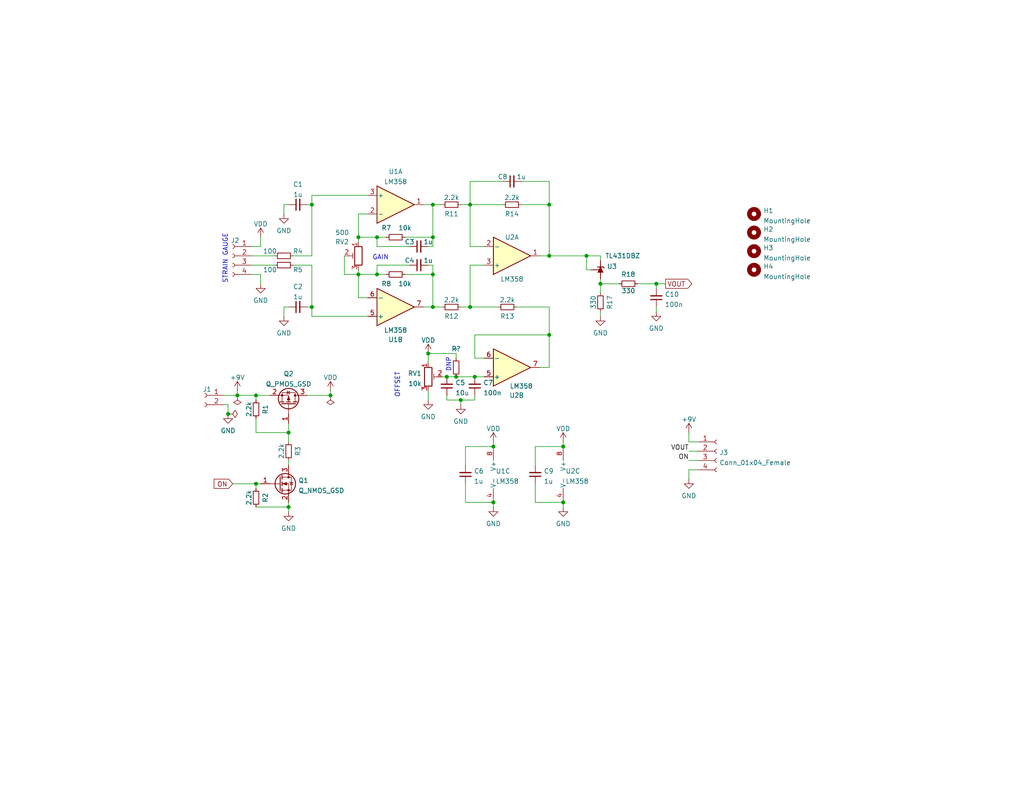
<source format=kicad_sch>
(kicad_sch (version 20211123) (generator eeschema)
  (paper "USLetter")
  (title_block (title "Depth Sensor") (date "2022-02-08") (rev "1") (company "EWB-SFP") (comment 1 "Hans Gaensbauer"))
  (lib_symbols
    (symbol "Amplifier_Operational:LM358" (pin_names (offset 0.127))
      (property "Reference" "U" (at 0 5.08 0))
      (property "Value" "LM358" (at 0 -5.08 0))
      (symbol "LM358_1_1"
        (polyline (pts (xy -5.08 5.08) (xy 5.08 0) (xy -5.08 -5.08) (xy -5.08 5.08)) (stroke (width 0.254)) (fill (type background)))
        (pin output line (at 7.62 0 180) (length 2.54) (name "~") (number "1"))
        (pin input line (at -7.62 -2.54 0) (length 2.54) (name "-") (number "2"))
        (pin input line (at -7.62 2.54 0) (length 2.54) (name "+") (number "3"))
      )
      (symbol "LM358_2_1"
        (polyline (pts (xy -5.08 5.08) (xy 5.08 0) (xy -5.08 -5.08) (xy -5.08 5.08)) (stroke (width 0.254)) (fill (type background)))
        (pin input line (at -7.62 2.54 0) (length 2.54) (name "+") (number "5"))
        (pin input line (at -7.62 -2.54 0) (length 2.54) (name "-") (number "6"))
        (pin output line (at 7.62 0 180) (length 2.54) (name "~") (number "7"))
      )
      (symbol "LM358_3_1"
        (pin power_in line (at -2.54 -7.62 90) (length 3.81) (name "V-") (number "4"))
        (pin power_in line (at -2.54 7.62 270) (length 3.81) (name "V+") (number "8"))
      )
    )
    (symbol "Connector:Conn_01x02_Female" (pin_names (offset 1.016) hide)
      (property "Reference" "J" (at 0 2.54 0))
      (property "Value" "Conn_01x02_Female" (at 0 -5.08 0))
      (symbol "Conn_01x02_Female_1_1"
        (arc (start 0 -2.032) (mid -0.508 -2.54) (end 0 -3.048) (stroke (width 0.1524)))
        (polyline (pts (xy -1.27 -2.54) (xy -0.508 -2.54)) (stroke (width 0.1524)))
        (polyline (pts (xy -1.27 0) (xy -0.508 0)) (stroke (width 0.1524)))
        (arc (start 0 0.508) (mid -0.508 0) (end 0 -0.508) (stroke (width 0.1524)))
        (pin passive line (at -5.08 0 0) (length 3.81) (name "Pin_1") (number "1"))
        (pin passive line (at -5.08 -2.54 0) (length 3.81) (name "Pin_2") (number "2"))
      )
    )
    (symbol "Connector:Conn_01x04_Female" (pin_names (offset 1.016) hide)
      (property "Reference" "J" (at 0 5.08 0))
      (property "Value" "Conn_01x04_Female" (at 0 -7.62 0))
      (symbol "Conn_01x04_Female_1_1"
        (arc (start 0 -4.572) (mid -0.508 -5.08) (end 0 -5.588) (stroke (width 0.1524)))
        (arc (start 0 -2.032) (mid -0.508 -2.54) (end 0 -3.048) (stroke (width 0.1524)))
        (polyline (pts (xy -1.27 -5.08) (xy -0.508 -5.08)) (stroke (width 0.1524)))
        (polyline (pts (xy -1.27 -2.54) (xy -0.508 -2.54)) (stroke (width 0.1524)))
        (polyline (pts (xy -1.27 0) (xy -0.508 0)) (stroke (width 0.1524)))
        (polyline (pts (xy -1.27 2.54) (xy -0.508 2.54)) (stroke (width 0.1524)))
        (arc (start 0 0.508) (mid -0.508 0) (end 0 -0.508) (stroke (width 0.1524)))
        (arc (start 0 3.048) (mid -0.508 2.54) (end 0 2.032) (stroke (width 0.1524)))
        (pin passive line (at -5.08 2.54 0) (length 3.81) (name "Pin_1") (number "1"))
        (pin passive line (at -5.08 0 0) (length 3.81) (name "Pin_2") (number "2"))
        (pin passive line (at -5.08 -2.54 0) (length 3.81) (name "Pin_3") (number "3"))
        (pin passive line (at -5.08 -5.08 0) (length 3.81) (name "Pin_4") (number "4"))
      )
    )
    (symbol "Device:C_Small" (pin_numbers hide) (pin_names (offset 0.254) hide)
      (property "Reference" "C" (at 0.254 1.778 0))
      (property "Value" "C_Small" (at 0.254 -2.032 0))
      (symbol "C_Small_0_1"
        (polyline (pts (xy -1.524 -0.508) (xy 1.524 -0.508)) (stroke (width 0.3302)))
        (polyline (pts (xy -1.524 0.508) (xy 1.524 0.508)) (stroke (width 0.3048)))
      )
      (symbol "C_Small_1_1"
        (pin passive line (at 0 2.54 270) (length 2.032) (name "~") (number "1"))
        (pin passive line (at 0 -2.54 90) (length 2.032) (name "~") (number "2"))
      )
    )
    (symbol "Device:Q_NMOS_GSD" (pin_names (offset 0) hide)
      (property "Reference" "Q" (at 5.08 1.27 0))
      (property "Value" "Q_NMOS_GSD" (at 5.08 -1.27 0))
      (symbol "Q_NMOS_GSD_0_1"
        (polyline (pts (xy 0.254 0) (xy -2.54 0)))
        (polyline (pts (xy 0.254 1.905) (xy 0.254 -1.905)) (stroke (width 0.254)))
        (polyline (pts (xy 0.762 -1.27) (xy 0.762 -2.286)) (stroke (width 0.254)))
        (polyline (pts (xy 0.762 0.508) (xy 0.762 -0.508)) (stroke (width 0.254)))
        (polyline (pts (xy 0.762 2.286) (xy 0.762 1.27)) (stroke (width 0.254)))
        (polyline (pts (xy 2.54 2.54) (xy 2.54 1.778)))
        (polyline (pts (xy 2.54 -2.54) (xy 2.54 0) (xy 0.762 0)))
        (polyline (pts (xy 0.762 -1.778) (xy 3.302 -1.778) (xy 3.302 1.778) (xy 0.762 1.778)))
        (polyline (pts (xy 1.016 0) (xy 2.032 0.381) (xy 2.032 -0.381) (xy 1.016 0)) (fill (type outline)))
        (polyline (pts (xy 2.794 0.508) (xy 2.921 0.381) (xy 3.683 0.381) (xy 3.81 0.254)))
        (polyline (pts (xy 3.302 0.381) (xy 2.921 -0.254) (xy 3.683 -0.254) (xy 3.302 0.381)))
        (circle (center 1.651 0) (radius 2.794) (stroke (width 0.254)))
        (circle (center 2.54 -1.778) (radius 0.254) (fill (type outline)))
        (circle (center 2.54 1.778) (radius 0.254) (fill (type outline)))
      )
      (symbol "Q_NMOS_GSD_1_1"
        (pin input line (at -5.08 0 0) (length 2.54) (name "G") (number "1"))
        (pin passive line (at 2.54 -5.08 90) (length 2.54) (name "S") (number "2"))
        (pin passive line (at 2.54 5.08 270) (length 2.54) (name "D") (number "3"))
      )
    )
    (symbol "Device:Q_PMOS_GSD" (pin_names (offset 0) hide)
      (property "Reference" "Q" (at 5.08 1.27 0))
      (property "Value" "Q_PMOS_GSD" (at 5.08 -1.27 0))
      (symbol "Q_PMOS_GSD_0_1"
        (polyline (pts (xy 0.254 0) (xy -2.54 0)))
        (polyline (pts (xy 0.254 1.905) (xy 0.254 -1.905)) (stroke (width 0.254)))
        (polyline (pts (xy 0.762 -1.27) (xy 0.762 -2.286)) (stroke (width 0.254)))
        (polyline (pts (xy 0.762 0.508) (xy 0.762 -0.508)) (stroke (width 0.254)))
        (polyline (pts (xy 0.762 2.286) (xy 0.762 1.27)) (stroke (width 0.254)))
        (polyline (pts (xy 2.54 2.54) (xy 2.54 1.778)))
        (polyline (pts (xy 2.54 -2.54) (xy 2.54 0) (xy 0.762 0)))
        (polyline (pts (xy 0.762 1.778) (xy 3.302 1.778) (xy 3.302 -1.778) (xy 0.762 -1.778)))
        (polyline (pts (xy 2.286 0) (xy 1.27 0.381) (xy 1.27 -0.381) (xy 2.286 0)) (fill (type outline)))
        (polyline (pts (xy 2.794 -0.508) (xy 2.921 -0.381) (xy 3.683 -0.381) (xy 3.81 -0.254)))
        (polyline (pts (xy 3.302 -0.381) (xy 2.921 0.254) (xy 3.683 0.254) (xy 3.302 -0.381)))
        (circle (center 1.651 0) (radius 2.794) (stroke (width 0.254)))
        (circle (center 2.54 -1.778) (radius 0.254) (fill (type outline)))
        (circle (center 2.54 1.778) (radius 0.254) (fill (type outline)))
      )
      (symbol "Q_PMOS_GSD_1_1"
        (pin input line (at -5.08 0 0) (length 2.54) (name "G") (number "1"))
        (pin passive line (at 2.54 -5.08 90) (length 2.54) (name "S") (number "2"))
        (pin passive line (at 2.54 5.08 270) (length 2.54) (name "D") (number "3"))
      )
    )
    (symbol "Device:R_Potentiometer_Trim" (pin_names (offset 1.016) hide)
      (property "Reference" "RV" (at -4.445 0 90))
      (property "Value" "R_Potentiometer_Trim" (at -2.54 0 90))
      (symbol "R_Potentiometer_Trim_0_1"
        (polyline (pts (xy 1.524 0.762) (xy 1.524 -0.762)))
        (polyline (pts (xy 2.54 0) (xy 1.524 0)))
        (rectangle (start 1.016 2.54) (end -1.016 -2.54) (stroke (width 0.254)))
      )
      (symbol "R_Potentiometer_Trim_1_1"
        (pin passive line (at 0 3.81 270) (length 1.27) (name "1") (number "1"))
        (pin passive line (at 3.81 0 180) (length 1.27) (name "2") (number "2"))
        (pin passive line (at 0 -3.81 90) (length 1.27) (name "3") (number "3"))
      )
    )
    (symbol "Device:R_Small" (pin_numbers hide) (pin_names (offset 0.254) hide)
      (property "Reference" "R" (at 0.762 0.508 0))
      (property "Value" "R_Small" (at 0.762 -1.016 0))
      (symbol "R_Small_0_1"
        (rectangle (start -0.762 1.778) (end 0.762 -1.778) (stroke (width 0.2032)))
      )
      (symbol "R_Small_1_1"
        (pin passive line (at 0 2.54 270) (length 0.762) (name "~") (number "1"))
        (pin passive line (at 0 -2.54 90) (length 0.762) (name "~") (number "2"))
      )
    )
    (symbol "Mechanical:MountingHole" (pin_names (offset 1.016))
      (property "Reference" "H" (at 0 5.08 0))
      (property "Value" "MountingHole" (at 0 3.175 0))
      (symbol "MountingHole_0_1"
        (circle (center 0 0) (radius 1.27) (stroke (width 1.27)))
      )
    )
    (symbol "Reference_Voltage:TL431DBZ" (pin_numbers hide) (pin_names hide)
      (property "Reference" "U" (at -2.54 2.54 0))
      (property "Value" "TL431DBZ" (at 0 -2.54 0))
      (symbol "TL431DBZ_0_1"
        (polyline (pts (xy -1.27 0) (xy 0 0) (xy 1.27 0)))
        (polyline (pts (xy -0.762 0.762) (xy 0.762 0) (xy -0.762 -0.762)) (fill (type outline)))
        (polyline (pts (xy 0.508 -1.016) (xy 0.762 -0.762) (xy 0.762 0.762) (xy 0.762 0.762)) (stroke (width 0.254)))
      )
      (symbol "TL431DBZ_1_1"
        (pin passive line (at 2.54 0 180) (length 2.54) (name "K") (number "1"))
        (pin passive line (at 0 2.54 270) (length 2.54) (name "REF") (number "2"))
        (pin passive line (at -2.54 0 0) (length 2.54) (name "A") (number "3"))
      )
    )
    (symbol "power:+9V" (power) (pin_names (offset 0))
      (property "Value" "+9V" (at 0 3.556 0))
      (symbol "+9V_0_1"
        (polyline (pts (xy -0.762 1.27) (xy 0 2.54)))
        (polyline (pts (xy 0 0) (xy 0 2.54)))
        (polyline (pts (xy 0 2.54) (xy 0.762 1.27)))
      )
      (symbol "+9V_1_1"
        (pin power_in line (at 0 0 90) (length 0) hide (name "+9V") (number "1"))
      )
    )
    (symbol "power:GND" (power) (pin_names (offset 0))
      (property "Value" "GND" (at 0 -3.81 0))
      (symbol "GND_0_1"
        (polyline (pts (xy 0 0) (xy 0 -1.27) (xy 1.27 -1.27) (xy 0 -2.54) (xy -1.27 -1.27) (xy 0 -1.27)))
      )
      (symbol "GND_1_1"
        (pin power_in line (at 0 0 270) (length 0) hide (name "GND") (number "1"))
      )
    )
    (symbol "power:PWR_FLAG" (power) (pin_numbers hide) (pin_names (offset 0) hide)
      (property "Value" "PWR_FLAG" (at 0 3.81 0))
      (symbol "PWR_FLAG_0_0"
        (pin power_out line (at 0 0 90) (length 0) (name "pwr") (number "1"))
      )
      (symbol "PWR_FLAG_0_1"
        (polyline (pts (xy 0 0) (xy 0 1.27) (xy -1.016 1.905) (xy 0 2.54) (xy 1.016 1.905) (xy 0 1.27)))
      )
    )
    (symbol "power:VDD" (power) (pin_names (offset 0))
      (property "Value" "VDD" (at 0 3.81 0))
      (symbol "VDD_0_1"
        (polyline (pts (xy -0.762 1.27) (xy 0 2.54)))
        (polyline (pts (xy 0 0) (xy 0 2.54)))
        (polyline (pts (xy 0 2.54) (xy 0.762 1.27)))
      )
      (symbol "VDD_1_1"
        (pin power_in line (at 0 0 90) (length 0) hide (name "VDD") (number "1"))
      )
    )
  )
  (junction (at 153.67 137.16))
  (junction (at 69.85 107.95))
  (junction (at 163.83 77.47))
  (junction (at 78.74 138.43))
  (junction (at 149.86 69.85))
  (junction (at 160.02 69.85))
  (junction (at 90.17 107.95))
  (junction (at 129.54 102.87))
  (junction (at 118.11 55.88))
  (junction (at 128.27 83.82))
  (junction (at 118.11 74.93))
  (junction (at 118.11 83.82))
  (junction (at 97.79 74.93))
  (junction (at 102.87 74.93))
  (junction (at 128.27 55.88))
  (junction (at 97.79 64.77))
  (junction (at 64.77 107.95))
  (junction (at 85.09 83.82))
  (junction (at 85.09 55.88))
  (junction (at 134.62 121.92))
  (junction (at 149.86 91.44))
  (junction (at 134.62 137.16))
  (junction (at 102.87 64.77))
  (junction (at 69.85 132.08))
  (junction (at 78.74 118.11))
  (junction (at 179.07 77.47))
  (junction (at 121.92 102.87))
  (junction (at 125.73 109.22))
  (junction (at 116.84 96.52))
  (junction (at 62.23 113.03))
  (junction (at 149.86 55.88))
  (junction (at 118.11 64.77))
  (junction (at 124.46 102.87))
  (junction (at 153.67 121.92))
  (wire (pts (xy 97.79 74.93) (xy 97.79 81.28)))
  (wire (pts (xy 153.67 120.65) (xy 153.67 121.92)))
  (wire (pts (xy 163.83 77.47) (xy 163.83 80.01)))
  (wire (pts (xy 128.27 83.82) (xy 125.73 83.82)))
  (wire (pts (xy 153.67 121.92) (xy 146.05 121.92)))
  (wire (pts (xy 187.96 128.27) (xy 190.5 128.27)))
  (wire (pts (xy 173.99 77.47) (xy 179.07 77.47)))
  (wire (pts (xy 85.09 55.88) (xy 85.09 69.85)))
  (wire (pts (xy 128.27 55.88) (xy 125.73 55.88)))
  (wire (pts (xy 134.62 121.92) (xy 127 121.92)))
  (wire (pts (xy 83.82 55.88) (xy 85.09 55.88)))
  (wire (pts (xy 64.77 107.95) (xy 69.85 107.95)))
  (wire (pts (xy 118.11 74.93) (xy 118.11 83.82)))
  (wire (pts (xy 62.23 110.49) (xy 60.96 110.49)))
  (wire (pts (xy 128.27 67.31) (xy 128.27 55.88)))
  (wire (pts (xy 121.92 107.95) (xy 121.92 109.22)))
  (wire (pts (xy 102.87 72.39) (xy 102.87 74.93)))
  (wire (pts (xy 163.83 77.47) (xy 163.83 76.2)))
  (wire (pts (xy 69.85 114.3) (xy 69.85 118.11)))
  (wire (pts (xy 118.11 83.82) (xy 115.57 83.82)))
  (wire (pts (xy 127 121.92) (xy 127 127)))
  (wire (pts (xy 118.11 72.39) (xy 118.11 74.93)))
  (wire (pts (xy 149.86 69.85) (xy 147.32 69.85)))
  (wire (pts (xy 83.82 83.82) (xy 85.09 83.82)))
  (wire (pts (xy 116.84 72.39) (xy 118.11 72.39)))
  (wire (pts (xy 125.73 109.22) (xy 125.73 110.49)))
  (wire (pts (xy 116.84 106.68) (xy 116.84 109.22)))
  (wire (pts (xy 93.98 69.85) (xy 93.98 74.93)))
  (wire (pts (xy 71.12 132.08) (xy 69.85 132.08)))
  (wire (pts (xy 97.79 58.42) (xy 100.33 58.42)))
  (wire (pts (xy 93.98 74.93) (xy 97.79 74.93)))
  (wire (pts (xy 68.58 67.31) (xy 71.12 67.31)))
  (wire (pts (xy 85.09 53.34) (xy 100.33 53.34)))
  (wire (pts (xy 78.74 118.11) (xy 78.74 115.57)))
  (wire (pts (xy 118.11 64.77) (xy 118.11 55.88)))
  (wire (pts (xy 90.17 106.68) (xy 90.17 107.95)))
  (wire (pts (xy 140.97 83.82) (xy 149.86 83.82)))
  (wire (pts (xy 187.96 120.65) (xy 190.5 120.65)))
  (wire (pts (xy 110.49 64.77) (xy 118.11 64.77)))
  (wire (pts (xy 149.86 91.44) (xy 149.86 100.33)))
  (wire (pts (xy 69.85 138.43) (xy 78.74 138.43)))
  (wire (pts (xy 116.84 67.31) (xy 118.11 67.31)))
  (wire (pts (xy 77.47 58.42) (xy 77.47 55.88)))
  (wire (pts (xy 110.49 74.93) (xy 118.11 74.93)))
  (wire (pts (xy 60.96 107.95) (xy 64.77 107.95)))
  (wire (pts (xy 97.79 81.28) (xy 100.33 81.28)))
  (wire (pts (xy 102.87 64.77) (xy 97.79 64.77)))
  (wire (pts (xy 134.62 137.16) (xy 134.62 138.43)))
  (wire (pts (xy 71.12 64.77) (xy 71.12 67.31)))
  (wire (pts (xy 125.73 109.22) (xy 129.54 109.22)))
  (wire (pts (xy 85.09 53.34) (xy 85.09 55.88)))
  (wire (pts (xy 128.27 72.39) (xy 128.27 83.82)))
  (wire (pts (xy 129.54 97.79) (xy 129.54 91.44)))
  (wire (pts (xy 132.08 72.39) (xy 128.27 72.39)))
  (wire (pts (xy 134.62 120.65) (xy 134.62 121.92)))
  (wire (pts (xy 137.16 49.53) (xy 128.27 49.53)))
  (wire (pts (xy 68.58 72.39) (xy 74.93 72.39)))
  (wire (pts (xy 128.27 49.53) (xy 128.27 55.88)))
  (wire (pts (xy 153.67 137.16) (xy 146.05 137.16)))
  (wire (pts (xy 80.01 69.85) (xy 85.09 69.85)))
  (wire (pts (xy 118.11 67.31) (xy 118.11 64.77)))
  (wire (pts (xy 153.67 137.16) (xy 153.67 138.43)))
  (wire (pts (xy 111.76 67.31) (xy 102.87 67.31)))
  (wire (pts (xy 85.09 86.36) (xy 100.33 86.36)))
  (wire (pts (xy 69.85 107.95) (xy 69.85 109.22)))
  (wire (pts (xy 179.07 77.47) (xy 181.61 77.47)))
  (wire (pts (xy 179.07 83.82) (xy 179.07 85.09)))
  (wire (pts (xy 129.54 97.79) (xy 132.08 97.79)))
  (wire (pts (xy 63.5 132.08) (xy 69.85 132.08)))
  (wire (pts (xy 149.86 100.33) (xy 147.32 100.33)))
  (wire (pts (xy 149.86 83.82) (xy 149.86 91.44)))
  (wire (pts (xy 149.86 49.53) (xy 149.86 55.88)))
  (wire (pts (xy 78.74 137.16) (xy 78.74 138.43)))
  (wire (pts (xy 163.83 71.12) (xy 163.83 69.85)))
  (wire (pts (xy 97.79 73.66) (xy 97.79 74.93)))
  (wire (pts (xy 78.74 83.82) (xy 77.47 83.82)))
  (wire (pts (xy 129.54 91.44) (xy 149.86 91.44)))
  (wire (pts (xy 128.27 55.88) (xy 137.16 55.88)))
  (wire (pts (xy 163.83 77.47) (xy 168.91 77.47)))
  (wire (pts (xy 127 137.16) (xy 127 132.08)))
  (wire (pts (xy 187.96 118.11) (xy 187.96 120.65)))
  (wire (pts (xy 142.24 49.53) (xy 149.86 49.53)))
  (wire (pts (xy 62.23 113.03) (xy 62.23 110.49)))
  (wire (pts (xy 120.65 102.87) (xy 121.92 102.87)))
  (wire (pts (xy 163.83 85.09) (xy 163.83 86.36)))
  (wire (pts (xy 111.76 72.39) (xy 102.87 72.39)))
  (wire (pts (xy 146.05 121.92) (xy 146.05 127)))
  (wire (pts (xy 105.41 74.93) (xy 102.87 74.93)))
  (wire (pts (xy 69.85 118.11) (xy 78.74 118.11)))
  (wire (pts (xy 78.74 138.43) (xy 78.74 139.7)))
  (wire (pts (xy 85.09 72.39) (xy 85.09 83.82)))
  (wire (pts (xy 179.07 77.47) (xy 179.07 78.74)))
  (wire (pts (xy 73.66 107.95) (xy 69.85 107.95)))
  (wire (pts (xy 77.47 83.82) (xy 77.47 86.36)))
  (wire (pts (xy 132.08 67.31) (xy 128.27 67.31)))
  (wire (pts (xy 146.05 137.16) (xy 146.05 132.08)))
  (wire (pts (xy 83.82 107.95) (xy 90.17 107.95)))
  (wire (pts (xy 121.92 109.22) (xy 125.73 109.22)))
  (wire (pts (xy 71.12 74.93) (xy 71.12 77.47)))
  (wire (pts (xy 118.11 55.88) (xy 115.57 55.88)))
  (wire (pts (xy 160.02 73.66) (xy 161.29 73.66)))
  (wire (pts (xy 105.41 64.77) (xy 102.87 64.77)))
  (wire (pts (xy 134.62 137.16) (xy 127 137.16)))
  (wire (pts (xy 149.86 55.88) (xy 149.86 69.85)))
  (wire (pts (xy 85.09 83.82) (xy 85.09 86.36)))
  (wire (pts (xy 124.46 97.79) (xy 124.46 96.52)))
  (wire (pts (xy 124.46 96.52) (xy 116.84 96.52)))
  (wire (pts (xy 187.96 130.81) (xy 187.96 128.27)))
  (wire (pts (xy 80.01 72.39) (xy 85.09 72.39)))
  (wire (pts (xy 78.74 118.11) (xy 78.74 120.65)))
  (wire (pts (xy 124.46 102.87) (xy 129.54 102.87)))
  (wire (pts (xy 78.74 125.73) (xy 78.74 127)))
  (wire (pts (xy 121.92 102.87) (xy 124.46 102.87)))
  (wire (pts (xy 77.47 55.88) (xy 78.74 55.88)))
  (wire (pts (xy 142.24 55.88) (xy 149.86 55.88)))
  (wire (pts (xy 129.54 102.87) (xy 132.08 102.87)))
  (wire (pts (xy 97.79 64.77) (xy 97.79 58.42)))
  (wire (pts (xy 64.77 106.68) (xy 64.77 107.95)))
  (wire (pts (xy 102.87 74.93) (xy 97.79 74.93)))
  (wire (pts (xy 129.54 109.22) (xy 129.54 107.95)))
  (wire (pts (xy 118.11 83.82) (xy 120.65 83.82)))
  (wire (pts (xy 68.58 74.93) (xy 71.12 74.93)))
  (wire (pts (xy 187.96 125.73) (xy 190.5 125.73)))
  (wire (pts (xy 97.79 64.77) (xy 97.79 66.04)))
  (wire (pts (xy 149.86 69.85) (xy 160.02 69.85)))
  (wire (pts (xy 69.85 132.08) (xy 69.85 133.35)))
  (wire (pts (xy 163.83 69.85) (xy 160.02 69.85)))
  (wire (pts (xy 102.87 67.31) (xy 102.87 64.77)))
  (wire (pts (xy 118.11 55.88) (xy 120.65 55.88)))
  (wire (pts (xy 187.96 123.19) (xy 190.5 123.19)))
  (wire (pts (xy 160.02 69.85) (xy 160.02 73.66)))
  (wire (pts (xy 116.84 96.52) (xy 116.84 99.06)))
  (wire (pts (xy 128.27 83.82) (xy 135.89 83.82)))
  (wire (pts (xy 68.58 69.85) (xy 74.93 69.85)))
  (text "DNP" (at 123.19 101.6 90) (effects (font (size 1.27 1.27)) (justify left bottom)))
  (text "GAIN" (at 101.6 71.12 0) (effects (font (size 1.27 1.27)) (justify left bottom)))
  (text "OFFSET" (at 109.22 101.6 270) (effects (font (size 1.27 1.27)) (justify right bottom)))
  (text "STRAIN GAUGE" (at 62.23 77.47 90) (effects (font (size 1.27 1.27)) (justify left bottom)))
  (label "VOUT" (at 187.96 123.19 180))
  (label "ON" (at 187.96 125.73 180))
  (global_label "VOUT" (shape output) (at 181.61 77.47 0) (property "Intersheet References" "${INTERSHEET_REFS}" (effects hide)))
  (global_label "ON" (shape input) (at 63.5 132.08 180) (property "Intersheet References" "${INTERSHEET_REFS}" (effects hide)))
  (symbol (lib_id "Device:Q_PMOS_GSD") (at 78.74 110.49 270) (mirror x) (unit 1)
    (property "Reference" "Q2" (at 78.74 102.0785 90))
    (property "Value" "Q_PMOS_GSD" (at 78.74 104.8536 90))
    (property "Footprint" "Package_TO_SOT_SMD:SOT-23" (effects hide))
  )
  (symbol (lib_id "Device:C_Small") (at 179.07 81.28 180) (unit 1)
    (property "Reference" "C10" (at 181.3941 80.3651 0) (effects (justify right)))
    (property "Value" "100n" (at 181.3941 83.1402 0) (effects (justify right)))
    (property "Footprint" "Capacitor_SMD:C_0402_1005Metric" (effects hide))
  )
  (symbol (lib_id "Amplifier_Operational:LM358") (at 107.95 55.88 0) (unit 1)
    (property "Reference" "U1" (at 107.95 46.8335 0))
    (property "Value" "LM358" (at 107.95 49.6086 0))
    (property "Footprint" "Package_SO:SOP-8_3.9x4.9mm_P1.27mm" (effects hide))
    (property "Datasheet" "http://www.ti.com/lit/ds/symlink/lm2904-n.pdf" (effects hide))
  )
  (symbol (lib_id "power:VDD") (at 134.62 120.65 0) (unit 1)
    (property "Reference" "#PWR012" (effects hide))
    (property "Value" "VDD" (at 134.62 117.0455 0))
  )
  (symbol (lib_id "Device:C_Small") (at 121.92 105.41 180) (unit 1)
    (property "Reference" "C5" (at 124.2441 104.4951 0) (effects (justify right)))
    (property "Value" "10u" (at 124.2441 107.2702 0) (effects (justify right)))
    (property "Footprint" "Capacitor_SMD:C_0402_1005Metric" (effects hide))
  )
  (symbol (lib_id "power:GND") (at 77.47 58.42 0) (unit 1)
    (property "Reference" "#PWR06" (effects hide))
    (property "Value" "GND" (at 77.47 62.9825 0))
  )
  (symbol (lib_id "Device:C_Small") (at 139.7 49.53 90) (unit 1)
    (property "Reference" "C8" (at 137.16 48.26 90))
    (property "Value" "1u" (at 142.24 48.26 90))
    (property "Footprint" "Capacitor_SMD:C_0402_1005Metric" (effects hide))
  )
  (symbol (lib_id "Device:C_Small") (at 127 129.54 180) (unit 1)
    (property "Reference" "C6" (at 129.3241 128.6251 0) (effects (justify right)))
    (property "Value" "1u" (at 129.3241 131.4002 0) (effects (justify right)))
    (property "Footprint" "Capacitor_SMD:C_0402_1005Metric" (effects hide))
  )
  (symbol (lib_id "Mechanical:MountingHole") (at 205.74 58.42 0) (unit 1)
    (property "Reference" "H1" (at 208.28 57.5115 0) (effects (justify left)))
    (property "Value" "MountingHole" (at 208.28 60.2866 0) (effects (justify left)))
    (property "Footprint" "MountingHole:MountingHole_3.2mm_M3" (effects hide))
  )
  (symbol (lib_id "power:PWR_FLAG") (at 64.77 107.95 180) (unit 1)
    (property "Reference" "#FLG02" (effects hide))
    (property "Value" "PWR_FLAG" (effects hide))
  )
  (symbol (lib_id "power:GND") (at 78.74 139.7 0) (unit 1)
    (property "Reference" "#PWR05" (effects hide))
    (property "Value" "GND" (at 78.74 144.2625 0))
  )
  (symbol (lib_id "Mechanical:MountingHole") (at 205.74 68.58 0) (unit 1)
    (property "Reference" "H3" (at 208.28 67.6715 0) (effects (justify left)))
    (property "Value" "MountingHole" (at 208.28 70.4466 0) (effects (justify left)))
    (property "Footprint" "MountingHole:MountingHole_3.2mm_M3" (effects hide))
  )
  (symbol (lib_id "Device:Q_NMOS_GSD") (at 76.2 132.08 0) (unit 1)
    (property "Reference" "Q1" (at 81.407 131.1715 0) (effects (justify left)))
    (property "Value" "Q_NMOS_GSD" (at 81.407 133.9466 0) (effects (justify left)))
    (property "Footprint" "Package_TO_SOT_SMD:SOT-23" (effects hide))
  )
  (symbol (lib_id "power:PWR_FLAG") (at 90.17 107.95 180) (unit 1)
    (property "Reference" "#FLG0101" (effects hide))
    (property "Value" "PWR_FLAG" (effects hide))
  )
  (symbol (lib_id "Device:R_Small") (at 138.43 83.82 90) (unit 1)
    (property "Reference" "R13" (at 138.43 86.36 90))
    (property "Value" "2.2k" (at 138.43 81.892 90))
    (property "Footprint" "Resistor_SMD:R_0402_1005Metric" (effects hide))
  )
  (symbol (lib_id "Device:C_Small") (at 81.28 55.88 90) (unit 1)
    (property "Reference" "C1" (at 81.2863 50.3514 90))
    (property "Value" "1u" (at 81.2863 53.1265 90))
    (property "Footprint" "Capacitor_SMD:C_0402_1005Metric" (effects hide))
  )
  (symbol (lib_id "Device:R_Potentiometer_Trim") (at 116.84 102.87 0) (unit 1)
    (property "Reference" "RV1" (at 115.0621 101.9615 0) (effects (justify right)))
    (property "Value" "10k" (at 115.0621 104.7366 0) (effects (justify right)))
    (property "Footprint" "Potentiometer_THT:Potentiometer_Vishay_T73YP_Vertical" (effects hide))
    (property "LCSC PN" "C118956" (effects hide))
  )
  (symbol (lib_id "Device:R_Small") (at 107.95 64.77 270) (unit 1)
    (property "Reference" "R7" (at 105.41 62.23 90))
    (property "Value" "10k" (at 110.49 62.23 90))
    (property "Footprint" "Resistor_SMD:R_0402_1005Metric" (effects hide))
  )
  (symbol (lib_id "power:GND") (at 187.96 130.81 0) (unit 1)
    (property "Reference" "#PWR019" (effects hide))
    (property "Value" "GND" (at 187.96 135.3725 0))
  )
  (symbol (lib_id "Device:C_Small") (at 81.28 83.82 90) (unit 1)
    (property "Reference" "C2" (at 81.2863 78.2914 90))
    (property "Value" "1u" (at 81.2863 81.0665 90))
    (property "Footprint" "Capacitor_SMD:C_0402_1005Metric" (effects hide))
  )
  (symbol (lib_id "Device:R_Small") (at 139.7 55.88 90) (unit 1)
    (property "Reference" "R14" (at 139.7 58.42 90))
    (property "Value" "2.2k" (at 139.7 53.952 90))
    (property "Footprint" "Resistor_SMD:R_0402_1005Metric" (effects hide))
  )
  (symbol (lib_id "power:GND") (at 134.62 138.43 0) (unit 1)
    (property "Reference" "#PWR013" (effects hide))
    (property "Value" "GND" (at 134.62 142.9925 0))
  )
  (symbol (lib_id "Connector:Conn_01x04_Female") (at 195.58 123.19 0) (unit 1)
    (property "Reference" "J3" (at 196.2912 123.5515 0) (effects (justify left)))
    (property "Value" "Conn_01x04_Female" (at 196.2912 126.3266 0) (effects (justify left)))
    (property "Footprint" "Connector_PinHeader_2.54mm:PinHeader_1x04_P2.54mm_Vertical" (effects hide))
  )
  (symbol (lib_id "Device:R_Small") (at 171.45 77.47 90) (unit 1)
    (property "Reference" "R18" (at 171.45 74.93 90))
    (property "Value" "330" (at 171.45 79.398 90))
    (property "Footprint" "Resistor_SMD:R_0402_1005Metric" (effects hide))
  )
  (symbol (lib_id "Device:C_Small") (at 129.54 105.41 180) (unit 1)
    (property "Reference" "C7" (at 131.8641 104.4951 0) (effects (justify right)))
    (property "Value" "100n" (at 131.8641 107.2702 0) (effects (justify right)))
    (property "Footprint" "Capacitor_SMD:C_0402_1005Metric" (effects hide))
  )
  (symbol (lib_id "Device:C_Small") (at 114.3 72.39 90) (unit 1)
    (property "Reference" "C4" (at 111.76 71.12 90))
    (property "Value" "1u" (at 116.84 71.12 90))
    (property "Footprint" "Capacitor_SMD:C_0402_1005Metric" (effects hide))
  )
  (symbol (lib_id "Device:R_Potentiometer_Trim") (at 97.79 69.85 0) (mirror y) (unit 1)
    (property "Reference" "RV2" (at 91.44 66.04 0) (effects (justify right)))
    (property "Value" "500" (at 91.44 63.5 0) (effects (justify right)))
    (property "Footprint" "Potentiometer_THT:Potentiometer_Vishay_T73YP_Vertical" (effects hide))
    (property "LCSC PN" "C118916" (effects hide))
  )
  (symbol (lib_id "Amplifier_Operational:LM358") (at 156.21 129.54 0) (unit 3)
    (property "Reference" "U2" (at 154.305 128.6315 0) (effects (justify left)))
    (property "Value" "LM358" (at 154.305 131.4066 0) (effects (justify left)))
    (property "Footprint" "Package_SO:SOP-8_3.9x4.9mm_P1.27mm" (effects hide))
    (property "Datasheet" "http://www.ti.com/lit/ds/symlink/lm2904-n.pdf" (effects hide))
  )
  (symbol (lib_id "Amplifier_Operational:LM358") (at 137.16 129.54 0) (unit 3)
    (property "Reference" "U1" (at 135.255 128.6315 0) (effects (justify left)))
    (property "Value" "LM358" (at 135.255 131.4066 0) (effects (justify left)))
    (property "Footprint" "Package_SO:SOP-8_3.9x4.9mm_P1.27mm" (effects hide))
    (property "Datasheet" "http://www.ti.com/lit/ds/symlink/lm2904-n.pdf" (effects hide))
  )
  (symbol (lib_id "Device:R_Small") (at 124.46 100.33 180) (unit 1)
    (property "Reference" "R?" (at 124.46 95.25 0))
    (property "Value" "~" (at 124.46 95.25 0))
    (property "Footprint" "Resistor_SMD:R_0402_1005Metric" (effects hide))
  )
  (symbol (lib_id "Device:R_Small") (at 69.85 111.76 180) (unit 1)
    (property "Reference" "R1" (at 72.39 111.76 90))
    (property "Value" "2.2k" (at 67.922 111.76 90))
    (property "Footprint" "Resistor_SMD:R_0402_1005Metric" (effects hide))
  )
  (symbol (lib_id "Mechanical:MountingHole") (at 205.74 73.66 0) (unit 1)
    (property "Reference" "H4" (at 208.28 72.7515 0) (effects (justify left)))
    (property "Value" "MountingHole" (at 208.28 75.5266 0) (effects (justify left)))
    (property "Footprint" "MountingHole:MountingHole_3.2mm_M3" (effects hide))
  )
  (symbol (lib_id "Amplifier_Operational:LM358") (at 139.7 100.33 0) (mirror x) (unit 2)
    (property "Reference" "U2" (at 140.97 107.95 0))
    (property "Value" "LM358" (at 142.24 105.41 0))
    (property "Footprint" "Package_SO:SOP-8_3.9x4.9mm_P1.27mm" (effects hide))
    (property "Datasheet" "http://www.ti.com/lit/ds/symlink/lm2904-n.pdf" (effects hide))
  )
  (symbol (lib_id "power:VDD") (at 153.67 120.65 0) (unit 1)
    (property "Reference" "#PWR014" (effects hide))
    (property "Value" "VDD" (at 153.67 117.0455 0))
  )
  (symbol (lib_id "power:GND") (at 125.73 110.49 0) (unit 1)
    (property "Reference" "#PWR011" (effects hide))
    (property "Value" "GND" (at 125.73 115.0525 0))
  )
  (symbol (lib_id "Mechanical:MountingHole") (at 205.74 63.5 0) (unit 1)
    (property "Reference" "H2" (at 208.28 62.5915 0) (effects (justify left)))
    (property "Value" "MountingHole" (at 208.28 65.3666 0) (effects (justify left)))
    (property "Footprint" "MountingHole:MountingHole_3.2mm_M3" (effects hide))
  )
  (symbol (lib_id "power:VDD") (at 71.12 64.77 0) (unit 1)
    (property "Reference" "#PWR03" (effects hide))
    (property "Value" "VDD" (at 71.12 61.1655 0))
  )
  (symbol (lib_id "power:VDD") (at 90.17 106.68 0) (unit 1)
    (property "Reference" "#PWR08" (effects hide))
    (property "Value" "VDD" (at 90.17 103.0755 0))
  )
  (symbol (lib_id "power:GND") (at 62.23 113.03 0) (unit 1)
    (property "Reference" "#PWR01" (effects hide))
    (property "Value" "GND" (at 62.23 117.5925 0))
  )
  (symbol (lib_id "Device:C_Small") (at 114.3 67.31 90) (unit 1)
    (property "Reference" "C3" (at 111.76 66.04 90))
    (property "Value" "1u" (at 116.84 66.04 90))
    (property "Footprint" "Capacitor_SMD:C_0402_1005Metric" (effects hide))
  )
  (symbol (lib_id "power:PWR_FLAG") (at 62.23 113.03 270) (unit 1)
    (property "Reference" "#FLG01" (effects hide))
    (property "Value" "PWR_FLAG" (effects hide))
  )
  (symbol (lib_id "Connector:Conn_01x04_Female") (at 63.5 69.85 0) (mirror y) (unit 1)
    (property "Reference" "J2" (at 64.135 65.6613 0))
    (property "Value" "Conn_01x04_Female" (effects hide))
    (property "Footprint" "Connector_PinHeader_2.54mm:PinHeader_1x04_P2.54mm_Vertical" (effects hide))
  )
  (symbol (lib_id "Amplifier_Operational:LM358") (at 139.7 69.85 0) (mirror x) (unit 1)
    (property "Reference" "U2" (at 139.7 64.77 0))
    (property "Value" "LM358" (at 139.7 76.2 0))
    (property "Footprint" "Package_SO:SOP-8_3.9x4.9mm_P1.27mm" (effects hide))
    (property "Datasheet" "http://www.ti.com/lit/ds/symlink/lm2904-n.pdf" (effects hide))
  )
  (symbol (lib_id "power:GND") (at 77.47 86.36 0) (unit 1)
    (property "Reference" "#PWR07" (effects hide))
    (property "Value" "GND" (at 77.47 90.9225 0))
  )
  (symbol (lib_id "power:GND") (at 163.83 86.36 0) (unit 1)
    (property "Reference" "#PWR016" (effects hide))
    (property "Value" "GND" (at 163.83 90.9225 0))
  )
  (symbol (lib_id "power:VDD") (at 116.84 96.52 0) (unit 1)
    (property "Reference" "#PWR09" (effects hide))
    (property "Value" "VDD" (at 116.84 92.9155 0))
  )
  (symbol (lib_id "Device:R_Small") (at 163.83 82.55 0) (unit 1)
    (property "Reference" "R17" (at 166.37 82.55 90))
    (property "Value" "330" (at 161.902 82.55 90))
    (property "Footprint" "Resistor_SMD:R_0402_1005Metric" (effects hide))
  )
  (symbol (lib_id "power:+9V") (at 64.77 106.68 0) (unit 1)
    (property "Reference" "#PWR02" (effects hide))
    (property "Value" "+9V" (at 64.77 103.0755 0))
  )
  (symbol (lib_id "Device:R_Small") (at 77.47 72.39 90) (unit 1)
    (property "Reference" "R5" (at 81.28 73.66 90))
    (property "Value" "100" (at 73.66 73.66 90))
    (property "Footprint" "Resistor_SMD:R_0402_1005Metric" (effects hide))
  )
  (symbol (lib_id "Reference_Voltage:TL431DBZ") (at 163.83 73.66 90) (unit 1)
    (property "Reference" "U3" (at 165.608 72.7515 90) (effects (justify right)))
    (property "Value" "TL431DBZ" (at 165.1 69.85 90) (effects (justify right)))
    (property "Footprint" "Package_TO_SOT_SMD:SOT-23" (effects hide))
    (property "Datasheet" "http://www.ti.com/lit/ds/symlink/tl431.pdf" (effects hide))
  )
  (symbol (lib_id "Amplifier_Operational:LM358") (at 107.95 83.82 0) (mirror x) (unit 2)
    (property "Reference" "U1" (at 107.95 92.71 0))
    (property "Value" "LM358" (at 107.95 90.17 0))
    (property "Footprint" "Package_SO:SOP-8_3.9x4.9mm_P1.27mm" (effects hide))
    (property "Datasheet" "http://www.ti.com/lit/ds/symlink/lm2904-n.pdf" (effects hide))
  )
  (symbol (lib_id "Connector:Conn_01x02_Female") (at 55.88 107.95 0) (mirror y) (unit 1)
    (property "Reference" "J1" (at 56.515 106.3013 0))
    (property "Value" "Conn_01x02_Female" (effects hide))
    (property "Footprint" "Connector_PinHeader_2.54mm:PinHeader_1x02_P2.54mm_Vertical" (effects hide))
  )
  (symbol (lib_id "Device:R_Small") (at 78.74 123.19 180) (unit 1)
    (property "Reference" "R3" (at 81.28 123.19 90))
    (property "Value" "2.2k" (at 76.812 123.19 90))
    (property "Footprint" "Resistor_SMD:R_0402_1005Metric" (effects hide))
  )
  (symbol (lib_id "power:GND") (at 179.07 85.09 0) (unit 1)
    (property "Reference" "#PWR017" (effects hide))
    (property "Value" "GND" (at 179.07 89.6525 0))
  )
  (symbol (lib_id "power:GND") (at 71.12 77.47 0) (unit 1)
    (property "Reference" "#PWR04" (effects hide))
    (property "Value" "GND" (at 71.12 82.0325 0))
  )
  (symbol (lib_id "Device:R_Small") (at 123.19 83.82 90) (unit 1)
    (property "Reference" "R12" (at 123.19 86.36 90))
    (property "Value" "2.2k" (at 123.19 81.892 90))
    (property "Footprint" "Resistor_SMD:R_0402_1005Metric" (effects hide))
  )
  (symbol (lib_id "Device:R_Small") (at 123.19 55.88 90) (unit 1)
    (property "Reference" "R11" (at 123.19 58.42 90))
    (property "Value" "2.2k" (at 123.19 53.952 90))
    (property "Footprint" "Resistor_SMD:R_0402_1005Metric" (effects hide))
  )
  (symbol (lib_id "Device:R_Small") (at 69.85 135.89 180) (unit 1)
    (property "Reference" "R2" (at 72.39 135.89 90))
    (property "Value" "2.2k" (at 67.922 135.89 90))
    (property "Footprint" "Resistor_SMD:R_0402_1005Metric" (effects hide))
  )
  (symbol (lib_id "Device:R_Small") (at 107.95 74.93 90) (unit 1)
    (property "Reference" "R8" (at 105.41 77.47 90))
    (property "Value" "10k" (at 110.49 77.47 90))
    (property "Footprint" "Resistor_SMD:R_0402_1005Metric" (effects hide))
  )
  (symbol (lib_id "power:GND") (at 153.67 138.43 0) (unit 1)
    (property "Reference" "#PWR015" (effects hide))
    (property "Value" "GND" (at 153.67 142.9925 0))
  )
  (symbol (lib_id "power:GND") (at 116.84 109.22 0) (unit 1)
    (property "Reference" "#PWR010" (effects hide))
    (property "Value" "GND" (at 116.84 113.7825 0))
  )
  (symbol (lib_id "Device:R_Small") (at 77.47 69.85 90) (unit 1)
    (property "Reference" "R4" (at 81.28 68.58 90))
    (property "Value" "100" (at 73.66 68.58 90))
    (property "Footprint" "Resistor_SMD:R_0402_1005Metric" (effects hide))
  )
  (symbol (lib_id "Device:C_Small") (at 146.05 129.54 180) (unit 1)
    (property "Reference" "C9" (at 148.3741 128.6251 0) (effects (justify right)))
    (property "Value" "1u" (at 148.3741 131.4002 0) (effects (justify right)))
    (property "Footprint" "Capacitor_SMD:C_0402_1005Metric" (effects hide))
  )
  (symbol (lib_id "power:+9V") (at 187.96 118.11 0) (unit 1)
    (property "Reference" "#PWR018" (effects hide))
    (property "Value" "+9V" (at 187.96 114.5055 0))
  )
)
</source>
